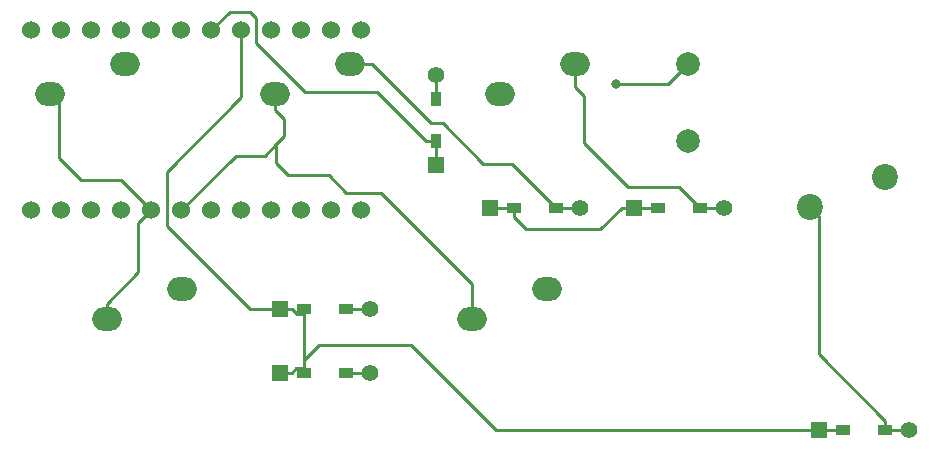
<source format=gbl>
G04 #@! TF.GenerationSoftware,KiCad,Pcbnew,(7.0.0)*
G04 #@! TF.CreationDate,2023-09-07T17:01:30+09:00*
G04 #@! TF.ProjectId,iso6,69736f36-2e6b-4696-9361-645f70636258,rev?*
G04 #@! TF.SameCoordinates,Original*
G04 #@! TF.FileFunction,Copper,L2,Bot*
G04 #@! TF.FilePolarity,Positive*
%FSLAX46Y46*%
G04 Gerber Fmt 4.6, Leading zero omitted, Abs format (unit mm)*
G04 Created by KiCad (PCBNEW (7.0.0)) date 2023-09-07 17:01:30*
%MOMM*%
%LPD*%
G01*
G04 APERTURE LIST*
G04 #@! TA.AperFunction,ComponentPad*
%ADD10R,1.397000X1.397000*%
G04 #@! TD*
G04 #@! TA.AperFunction,SMDPad,CuDef*
%ADD11R,1.300000X0.950000*%
G04 #@! TD*
G04 #@! TA.AperFunction,ComponentPad*
%ADD12C,1.397000*%
G04 #@! TD*
G04 #@! TA.AperFunction,ComponentPad*
%ADD13C,2.000000*%
G04 #@! TD*
G04 #@! TA.AperFunction,ComponentPad*
%ADD14C,1.524000*%
G04 #@! TD*
G04 #@! TA.AperFunction,ComponentPad*
%ADD15O,2.500000X2.000000*%
G04 #@! TD*
G04 #@! TA.AperFunction,ComponentPad*
%ADD16C,2.200000*%
G04 #@! TD*
G04 #@! TA.AperFunction,SMDPad,CuDef*
%ADD17R,0.950000X1.300000*%
G04 #@! TD*
G04 #@! TA.AperFunction,ViaPad*
%ADD18C,0.800000*%
G04 #@! TD*
G04 #@! TA.AperFunction,Conductor*
%ADD19C,0.250000*%
G04 #@! TD*
G04 APERTURE END LIST*
D10*
X102614999Y-52599999D03*
D11*
X104649999Y-52599999D03*
X108199999Y-52599999D03*
D12*
X110235000Y-52600000D03*
D13*
X107156300Y-40481200D03*
X107156300Y-46981200D03*
D14*
X51580000Y-37600000D03*
X54120000Y-37600000D03*
X56660000Y-37600000D03*
X59200000Y-37600000D03*
X61740000Y-37600000D03*
X64280000Y-37600000D03*
X66820000Y-37600000D03*
X69360000Y-37600000D03*
X71900000Y-37600000D03*
X74440000Y-37600000D03*
X76980000Y-37600000D03*
X79520000Y-37600000D03*
X79520000Y-52820000D03*
X76980000Y-52820000D03*
X74440000Y-52820000D03*
X71900000Y-52820000D03*
X69360000Y-52820000D03*
X66820000Y-52820000D03*
X64280000Y-52820000D03*
X61740000Y-52820000D03*
X59200000Y-52820000D03*
X56660000Y-52820000D03*
X54120000Y-52820000D03*
X51580000Y-52820000D03*
D10*
X90414999Y-52599999D03*
D11*
X92449999Y-52599999D03*
X95999999Y-52599999D03*
D12*
X98035000Y-52600000D03*
D15*
X72231299Y-43021199D03*
X78581299Y-40481199D03*
X88899999Y-62071199D03*
X95249999Y-59531199D03*
X57943799Y-62071199D03*
X64293799Y-59531199D03*
D10*
X72614999Y-61199999D03*
D11*
X74649999Y-61199999D03*
X78199999Y-61199999D03*
D12*
X80235000Y-61200000D03*
D16*
X123840000Y-50020000D03*
X117490000Y-52560000D03*
D10*
X118239999Y-71437499D03*
D11*
X120274999Y-71437499D03*
X123824999Y-71437499D03*
D12*
X125860000Y-71437500D03*
D10*
X72599999Y-66599999D03*
D11*
X74634999Y-66599999D03*
X78184999Y-66599999D03*
D12*
X80220000Y-66600000D03*
D10*
X85799999Y-48984999D03*
D17*
X85799999Y-46949999D03*
X85799999Y-43399999D03*
D12*
X85800000Y-41365000D03*
D15*
X53181299Y-43021199D03*
X59531299Y-40481199D03*
X91289999Y-43019999D03*
X97639999Y-40479999D03*
D18*
X101103100Y-42131500D03*
D19*
X70050000Y-61200000D02*
X72615000Y-61200000D01*
X69360000Y-43240000D02*
X63050000Y-49550000D01*
X69360000Y-37600000D02*
X69360000Y-43240000D01*
X63050000Y-49550000D02*
X63050000Y-54200000D01*
X63050000Y-54200000D02*
X70050000Y-61200000D01*
X90930400Y-71437500D02*
X118240000Y-71437500D01*
X83692900Y-64200000D02*
X90930400Y-71437500D01*
X74635000Y-65515000D02*
X75950000Y-64200000D01*
X75950000Y-64200000D02*
X83692900Y-64200000D01*
X74635000Y-65548300D02*
X74635000Y-65515000D01*
X85800000Y-41365000D02*
X85800000Y-43400000D01*
X93499900Y-54450000D02*
X99741400Y-54450000D01*
X99741400Y-54450000D02*
X101591400Y-52600000D01*
X66820000Y-37600000D02*
X68370000Y-36050000D01*
X68370000Y-36050000D02*
X70125000Y-36050000D01*
X90415000Y-52600000D02*
X92450000Y-52600000D01*
X80842800Y-42792900D02*
X84999900Y-46950000D01*
X85800000Y-47350000D02*
X85800000Y-48985000D01*
X92450000Y-53400100D02*
X93499900Y-54450000D01*
X104650000Y-52600000D02*
X102615000Y-52600000D01*
X101591400Y-52600000D02*
X102615000Y-52600000D01*
X85400000Y-46950000D02*
X85800000Y-47350000D01*
X70630000Y-36555000D02*
X70630000Y-38655000D01*
X70125000Y-36050000D02*
X70630000Y-36555000D01*
X70630000Y-38655000D02*
X74767900Y-42792900D01*
X74767900Y-42792900D02*
X80842800Y-42792900D01*
X84999900Y-46950000D02*
X85400000Y-46950000D01*
X92450000Y-52600000D02*
X92450000Y-53400100D01*
X85800000Y-46950000D02*
X85400000Y-46950000D01*
X96000000Y-52600000D02*
X92275000Y-48875000D01*
X89850000Y-48875000D02*
X86425000Y-45450000D01*
X80456200Y-40481200D02*
X78581300Y-40481200D01*
X98035000Y-52600000D02*
X96000000Y-52600000D01*
X85425000Y-45450000D02*
X80456200Y-40481200D01*
X86425000Y-45450000D02*
X85425000Y-45450000D01*
X92275000Y-48875000D02*
X89850000Y-48875000D01*
X98375000Y-47125001D02*
X102099999Y-50850000D01*
X106450000Y-50850000D02*
X108200000Y-52600000D01*
X97640000Y-40480000D02*
X97640000Y-42390000D01*
X98375000Y-43125000D02*
X98375000Y-47125001D01*
X110235000Y-52600000D02*
X108200000Y-52600000D01*
X97640000Y-42390000D02*
X98375000Y-43125000D01*
X102099999Y-50850000D02*
X106450000Y-50850000D01*
X80235000Y-61200000D02*
X78200000Y-61200000D01*
X120275000Y-71437500D02*
X118240000Y-71437500D01*
X74650000Y-61200000D02*
X74650000Y-61600000D01*
X74650000Y-61600000D02*
X74635000Y-61600000D01*
X74038600Y-61600000D02*
X73638600Y-61200000D01*
X74635000Y-65548300D02*
X74635000Y-65799900D01*
X72600000Y-66600000D02*
X73623600Y-66600000D01*
X74635000Y-66199900D02*
X74023700Y-66199900D01*
X74635000Y-66199900D02*
X74635000Y-65799900D01*
X74635000Y-61600000D02*
X74635000Y-65548300D01*
X74023700Y-66199900D02*
X73623600Y-66600000D01*
X74635000Y-61600000D02*
X74038600Y-61600000D01*
X72615000Y-61200000D02*
X73638600Y-61200000D01*
X74635000Y-66600000D02*
X74635000Y-66199900D01*
X80220000Y-66600000D02*
X79160100Y-66600000D01*
X78185000Y-66600000D02*
X79160100Y-66600000D01*
X117490000Y-52560000D02*
X118225000Y-53295000D01*
X118225000Y-53295000D02*
X118225000Y-65037400D01*
X118225000Y-65037400D02*
X123825000Y-70637400D01*
X123825000Y-70637400D02*
X123825000Y-71437500D01*
X125860000Y-71437500D02*
X123825000Y-71437500D01*
X60650000Y-53910000D02*
X61740000Y-52820000D01*
X57943800Y-60746100D02*
X60650000Y-58039900D01*
X59145000Y-50225000D02*
X55750000Y-50225000D01*
X57943800Y-62071200D02*
X57943800Y-60746100D01*
X60650000Y-58039900D02*
X60650000Y-53910000D01*
X53900000Y-43739900D02*
X53181300Y-43021200D01*
X53900000Y-48375000D02*
X53900000Y-43739900D01*
X55750000Y-50225000D02*
X53900000Y-48375000D01*
X61740000Y-52820000D02*
X59145000Y-50225000D01*
X88900000Y-62071200D02*
X88900000Y-59075000D01*
X72231300Y-44346300D02*
X72231300Y-43021200D01*
X73350000Y-49875000D02*
X72328100Y-48853100D01*
X72328100Y-48853100D02*
X72328100Y-47252900D01*
X76775000Y-49875000D02*
X73350000Y-49875000D01*
X71356000Y-48225000D02*
X68875000Y-48225000D01*
X88900000Y-59075000D02*
X81175000Y-51350000D01*
X73000000Y-45115000D02*
X72231300Y-44346300D01*
X81175000Y-51350000D02*
X78250000Y-51350000D01*
X68875000Y-48225000D02*
X64280000Y-52820000D01*
X72328100Y-47252900D02*
X73000000Y-46581000D01*
X72328100Y-47252900D02*
X71356000Y-48225000D01*
X73000000Y-46581000D02*
X73000000Y-45115000D01*
X78250000Y-51350000D02*
X76775000Y-49875000D01*
X101103100Y-42131500D02*
X105506000Y-42131500D01*
X105506000Y-42131500D02*
X107156300Y-40481200D01*
M02*

</source>
